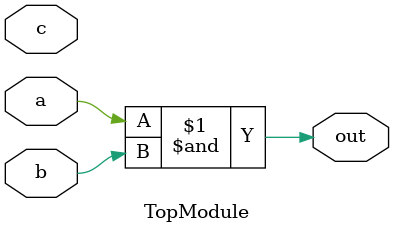
<source format=sv>

module TopModule (
  input a,
  input b,
  input c,
  output out
);
assign out = a & b;
endmodule

</source>
